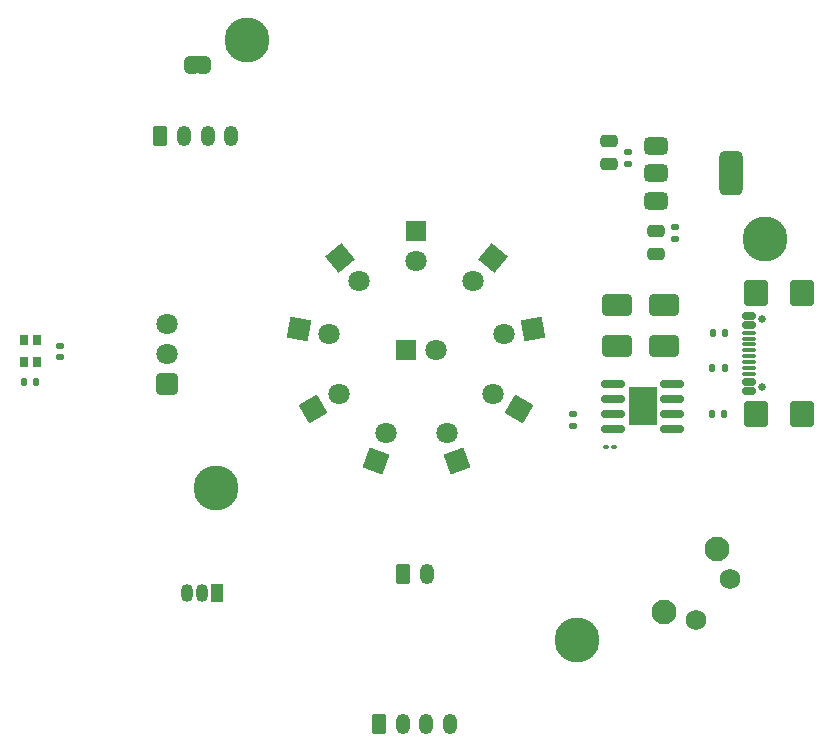
<source format=gbr>
%TF.GenerationSoftware,KiCad,Pcbnew,9.0.2*%
%TF.CreationDate,2025-06-14T23:39:35+05:30*%
%TF.ProjectId,ir hub,69722068-7562-42e6-9b69-6361645f7063,rev?*%
%TF.SameCoordinates,Original*%
%TF.FileFunction,Soldermask,Top*%
%TF.FilePolarity,Negative*%
%FSLAX46Y46*%
G04 Gerber Fmt 4.6, Leading zero omitted, Abs format (unit mm)*
G04 Created by KiCad (PCBNEW 9.0.2) date 2025-06-14 23:39:35*
%MOMM*%
%LPD*%
G01*
G04 APERTURE LIST*
G04 Aperture macros list*
%AMRoundRect*
0 Rectangle with rounded corners*
0 $1 Rounding radius*
0 $2 $3 $4 $5 $6 $7 $8 $9 X,Y pos of 4 corners*
0 Add a 4 corners polygon primitive as box body*
4,1,4,$2,$3,$4,$5,$6,$7,$8,$9,$2,$3,0*
0 Add four circle primitives for the rounded corners*
1,1,$1+$1,$2,$3*
1,1,$1+$1,$4,$5*
1,1,$1+$1,$6,$7*
1,1,$1+$1,$8,$9*
0 Add four rect primitives between the rounded corners*
20,1,$1+$1,$2,$3,$4,$5,0*
20,1,$1+$1,$4,$5,$6,$7,0*
20,1,$1+$1,$6,$7,$8,$9,0*
20,1,$1+$1,$8,$9,$2,$3,0*%
%AMRotRect*
0 Rectangle, with rotation*
0 The origin of the aperture is its center*
0 $1 length*
0 $2 width*
0 $3 Rotation angle, in degrees counterclockwise*
0 Add horizontal line*
21,1,$1,$2,0,0,$3*%
%AMFreePoly0*
4,1,23,0.500000,-0.750000,0.000000,-0.750000,0.000000,-0.745722,-0.065263,-0.745722,-0.191342,-0.711940,-0.304381,-0.646677,-0.396677,-0.554381,-0.461940,-0.441342,-0.495722,-0.315263,-0.495722,-0.250000,-0.500000,-0.250000,-0.500000,0.250000,-0.495722,0.250000,-0.495722,0.315263,-0.461940,0.441342,-0.396677,0.554381,-0.304381,0.646677,-0.191342,0.711940,-0.065263,0.745722,0.000000,0.745722,
0.000000,0.750000,0.500000,0.750000,0.500000,-0.750000,0.500000,-0.750000,$1*%
%AMFreePoly1*
4,1,23,0.000000,0.745722,0.065263,0.745722,0.191342,0.711940,0.304381,0.646677,0.396677,0.554381,0.461940,0.441342,0.495722,0.315263,0.495722,0.250000,0.500000,0.250000,0.500000,-0.250000,0.495722,-0.250000,0.495722,-0.315263,0.461940,-0.441342,0.396677,-0.554381,0.304381,-0.646677,0.191342,-0.711940,0.065263,-0.745722,0.000000,-0.745722,0.000000,-0.750000,-0.500000,-0.750000,
-0.500000,0.750000,0.000000,0.750000,0.000000,0.745722,0.000000,0.745722,$1*%
G04 Aperture macros list end*
%ADD10RotRect,1.800000X1.800000X70.000000*%
%ADD11C,1.800000*%
%ADD12RotRect,1.800000X1.800000X150.000000*%
%ADD13R,1.800000X1.800000*%
%ADD14RoundRect,0.250000X-0.350000X-0.625000X0.350000X-0.625000X0.350000X0.625000X-0.350000X0.625000X0*%
%ADD15O,1.200000X1.750000*%
%ADD16C,3.800000*%
%ADD17RoundRect,0.135000X0.185000X-0.135000X0.185000X0.135000X-0.185000X0.135000X-0.185000X-0.135000X0*%
%ADD18RotRect,1.800000X1.800000X30.000000*%
%ADD19RotRect,1.800000X1.800000X110.000000*%
%ADD20RoundRect,0.140000X0.170000X-0.140000X0.170000X0.140000X-0.170000X0.140000X-0.170000X-0.140000X0*%
%ADD21RoundRect,0.135000X-0.135000X-0.185000X0.135000X-0.185000X0.135000X0.185000X-0.135000X0.185000X0*%
%ADD22RoundRect,0.140000X-0.170000X0.140000X-0.170000X-0.140000X0.170000X-0.140000X0.170000X0.140000X0*%
%ADD23RoundRect,0.250000X0.475000X-0.250000X0.475000X0.250000X-0.475000X0.250000X-0.475000X-0.250000X0*%
%ADD24RotRect,1.800000X1.800000X230.000000*%
%ADD25RoundRect,0.135000X0.135000X0.185000X-0.135000X0.185000X-0.135000X-0.185000X0.135000X-0.185000X0*%
%ADD26RotRect,1.800000X1.800000X310.000000*%
%ADD27RoundRect,0.250000X-0.475000X0.250000X-0.475000X-0.250000X0.475000X-0.250000X0.475000X0.250000X0*%
%ADD28C,2.100000*%
%ADD29C,1.750000*%
%ADD30RoundRect,0.250200X0.649800X-0.649800X0.649800X0.649800X-0.649800X0.649800X-0.649800X-0.649800X0*%
%ADD31C,0.650000*%
%ADD32RoundRect,0.150000X0.425000X-0.150000X0.425000X0.150000X-0.425000X0.150000X-0.425000X-0.150000X0*%
%ADD33RoundRect,0.075000X0.500000X-0.075000X0.500000X0.075000X-0.500000X0.075000X-0.500000X-0.075000X0*%
%ADD34RoundRect,0.250000X0.750000X-0.840000X0.750000X0.840000X-0.750000X0.840000X-0.750000X-0.840000X0*%
%ADD35RoundRect,0.100000X-0.130000X-0.100000X0.130000X-0.100000X0.130000X0.100000X-0.130000X0.100000X0*%
%ADD36RoundRect,0.250000X-1.000000X-0.650000X1.000000X-0.650000X1.000000X0.650000X-1.000000X0.650000X0*%
%ADD37R,0.700000X0.900000*%
%ADD38RoundRect,0.150000X0.825000X0.150000X-0.825000X0.150000X-0.825000X-0.150000X0.825000X-0.150000X0*%
%ADD39R,2.410000X3.300000*%
%ADD40RotRect,1.800000X1.800000X190.000000*%
%ADD41RoundRect,0.375000X-0.625000X-0.375000X0.625000X-0.375000X0.625000X0.375000X-0.625000X0.375000X0*%
%ADD42RoundRect,0.500000X-0.500000X-1.400000X0.500000X-1.400000X0.500000X1.400000X-0.500000X1.400000X0*%
%ADD43RotRect,1.800000X1.800000X350.000000*%
%ADD44FreePoly0,180.000000*%
%ADD45FreePoly1,180.000000*%
%ADD46R,1.050000X1.500000*%
%ADD47O,1.050000X1.500000*%
G04 APERTURE END LIST*
%TO.C,En_Boot*%
G36*
X135678300Y-61207500D02*
G01*
X135378300Y-61207500D01*
X135378300Y-59707500D01*
X135678300Y-59707500D01*
X135678300Y-61207500D01*
G37*
%TD*%
D10*
%TO.C,D10*%
X150594500Y-94038800D03*
D11*
X151463231Y-91651981D03*
%TD*%
D12*
%TO.C,D12*%
X162754600Y-89612900D03*
D11*
X160554895Y-88342900D03*
%TD*%
D13*
%TO.C,D14*%
X153199600Y-84596000D03*
D11*
X155739600Y-84596000D03*
%TD*%
D14*
%TO.C,J2*%
X150879900Y-116271700D03*
D15*
X152879900Y-116271700D03*
X154879900Y-116271700D03*
X156879900Y-116271700D03*
%TD*%
D16*
%TO.C,*%
X183550650Y-75236419D03*
%TD*%
D17*
%TO.C,R4*%
X167319600Y-91059200D03*
X167319600Y-90039200D03*
%TD*%
D18*
%TO.C,D9*%
X145319800Y-89612900D03*
D11*
X147519505Y-88342900D03*
%TD*%
D19*
%TO.C,D11*%
X157480000Y-94038800D03*
D11*
X156611269Y-91651981D03*
%TD*%
D20*
%TO.C,C5*%
X123843300Y-85236400D03*
X123843300Y-84276400D03*
%TD*%
D21*
%TO.C,R2*%
X179110900Y-86151400D03*
X180130900Y-86151400D03*
%TD*%
D22*
%TO.C,C3*%
X175925300Y-74243200D03*
X175925300Y-75203200D03*
%TD*%
D16*
%TO.C,*%
X139700000Y-58420000D03*
%TD*%
D23*
%TO.C,C4*%
X170385100Y-68857100D03*
X170385100Y-66957100D03*
%TD*%
D16*
%TO.C,*%
X137101413Y-96302615D03*
%TD*%
D21*
%TO.C,R3*%
X179127700Y-83160500D03*
X180147700Y-83160500D03*
%TD*%
D24*
%TO.C,D5*%
X160507500Y-76868900D03*
D11*
X158874819Y-78814653D03*
%TD*%
D13*
%TO.C,D6*%
X154037200Y-74513900D03*
D11*
X154037200Y-77053900D03*
%TD*%
D25*
%TO.C,R6*%
X180127100Y-90034500D03*
X179107100Y-90034500D03*
%TD*%
D26*
%TO.C,D7*%
X147566900Y-76868900D03*
D11*
X149199581Y-78814653D03*
%TD*%
D27*
%TO.C,C2*%
X174293400Y-74568400D03*
X174293400Y-76468400D03*
%TD*%
D28*
%TO.C,SW1*%
X179530034Y-101476503D03*
X175024092Y-106846476D03*
D29*
X180634000Y-104034600D03*
X177741456Y-107481800D03*
%TD*%
D16*
%TO.C,REF\u002A\u002A*%
X167640000Y-109220000D03*
%TD*%
D30*
%TO.C,U1*%
X132904800Y-87471400D03*
D11*
X132904800Y-84931400D03*
X132904800Y-82391400D03*
%TD*%
D31*
%TO.C,J1*%
X183266299Y-87798401D03*
X183266299Y-82018400D03*
D32*
X182191300Y-88108400D03*
X182191300Y-87308400D03*
D33*
X182191301Y-86158400D03*
X182191299Y-85158401D03*
X182191299Y-84658399D03*
X182191300Y-83658399D03*
D32*
X182191299Y-82508399D03*
X182191299Y-81708400D03*
X182191299Y-81708400D03*
X182191299Y-82508399D03*
D33*
X182191300Y-83158400D03*
X182191301Y-84158400D03*
X182191300Y-85658400D03*
X182191301Y-86658400D03*
D32*
X182191300Y-87308400D03*
X182191300Y-88108400D03*
D34*
X186696299Y-90018401D03*
X182766300Y-90018399D03*
X182766300Y-79798400D03*
X186696300Y-79798400D03*
%TD*%
D35*
%TO.C,D1*%
X170091800Y-92866100D03*
X170731800Y-92866100D03*
%TD*%
D36*
%TO.C,D3*%
X170999100Y-84328500D03*
X174999100Y-84328500D03*
%TD*%
D37*
%TO.C,D4*%
X121920000Y-83820000D03*
X120820000Y-83820000D03*
X120820000Y-85650000D03*
X121920000Y-85650000D03*
%TD*%
D38*
%TO.C,U3*%
X175677700Y-91312800D03*
X175677700Y-90042800D03*
X175677700Y-88772800D03*
X175677700Y-87502800D03*
X170727700Y-87502800D03*
X170727700Y-88772800D03*
X170727700Y-90042800D03*
X170727700Y-91312800D03*
D39*
X173202700Y-89407800D03*
%TD*%
D40*
%TO.C,D13*%
X163950300Y-82831900D03*
D11*
X161448888Y-83272966D03*
%TD*%
D41*
%TO.C,U4*%
X174349000Y-67378600D03*
X174349000Y-69678600D03*
D42*
X180649000Y-69678600D03*
D41*
X174349000Y-71978600D03*
%TD*%
D43*
%TO.C,D8*%
X144124200Y-82831900D03*
D11*
X146625612Y-83272966D03*
%TD*%
D44*
%TO.C,En_Boot*%
X136178300Y-60457500D03*
D45*
X134878300Y-60457500D03*
%TD*%
D21*
%TO.C,R7*%
X120819900Y-87361700D03*
X121839900Y-87361700D03*
%TD*%
D46*
%TO.C,U2*%
X137160000Y-105193300D03*
D47*
X135890000Y-105193300D03*
X134620000Y-105193300D03*
%TD*%
D20*
%TO.C,C6*%
X171982800Y-68844800D03*
X171982800Y-67884800D03*
%TD*%
D14*
%TO.C,J3*%
X132361300Y-66520500D03*
D15*
X134361301Y-66520499D03*
X136361299Y-66520501D03*
X138361300Y-66520500D03*
%TD*%
D36*
%TO.C,D2*%
X171004100Y-80810700D03*
X175004100Y-80810700D03*
%TD*%
D14*
%TO.C,J4*%
X152912000Y-103552300D03*
D15*
X154912000Y-103552300D03*
%TD*%
M02*

</source>
